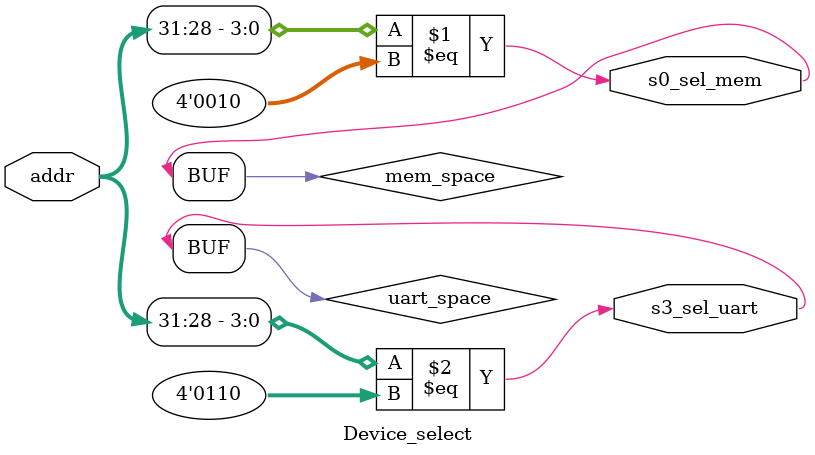
<source format=v>
module Device_select (
    input   [31:0]  addr,
    output          s0_sel_mem,     //MEMORY_DATA
    output          s3_sel_uart      //UART 
);
    wire mem_space = (addr[31:28] == 4'h2);
    wire uart_space = (addr[31:28] == 4'h6);

    assign s0_sel_mem  = mem_space;
    assign s3_sel_uart = uart_space;
endmodule

</source>
